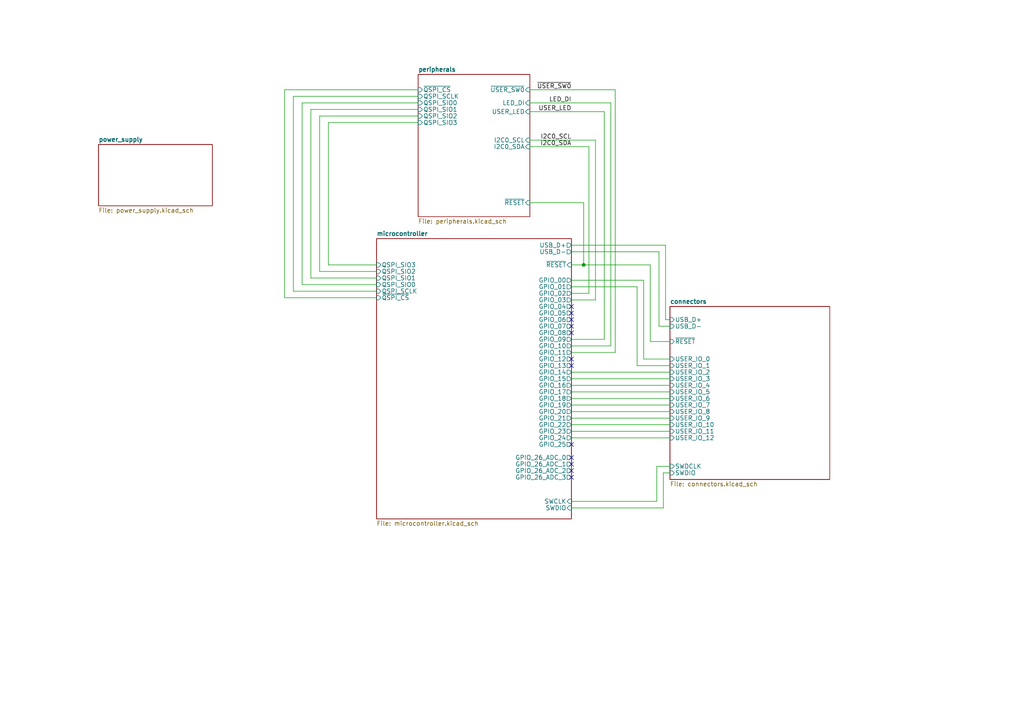
<source format=kicad_sch>
(kicad_sch (version 20211123) (generator eeschema)
  (paper "A4")
  (title_block (title "Pico Card") (date "2022-05-28") (rev "v1.0") (company "DIVA ENG"))
  (lib_symbols)
  (junction (at 169.291 76.835))
  (no_connect (at 165.735 104.14))
  (no_connect (at 165.735 106.045))
  (no_connect (at 165.735 138.43))
  (no_connect (at 165.735 136.525))
  (no_connect (at 165.735 92.71))
  (no_connect (at 165.735 94.615))
  (no_connect (at 165.735 96.52))
  (no_connect (at 165.735 88.9))
  (no_connect (at 165.735 90.805))
  (no_connect (at 165.735 128.905))
  (no_connect (at 165.735 132.715))
  (no_connect (at 165.735 134.62))
  (wire (pts (xy 192.405 147.32) (xy 192.405 137.16)))
  (wire (pts (xy 190.5 145.415) (xy 190.5 135.255)))
  (wire (pts (xy 165.735 121.285) (xy 194.31 121.285)))
  (wire (pts (xy 175.26 98.425) (xy 175.26 32.385)))
  (wire (pts (xy 172.72 86.995) (xy 165.735 86.995)))
  (wire (pts (xy 178.435 102.235) (xy 165.735 102.235)))
  (wire (pts (xy 169.291 58.801) (xy 169.291 76.835)))
  (wire (pts (xy 165.735 145.415) (xy 190.5 145.415)))
  (wire (pts (xy 95.25 35.56) (xy 95.25 76.835)))
  (wire (pts (xy 90.17 31.75) (xy 90.17 80.645)))
  (wire (pts (xy 121.285 35.56) (xy 95.25 35.56)))
  (wire (pts (xy 121.285 29.845) (xy 87.63 29.845)))
  (wire (pts (xy 165.735 115.57) (xy 194.31 115.57)))
  (wire (pts (xy 191.135 73.025) (xy 191.135 94.615)))
  (wire (pts (xy 178.435 26.035) (xy 178.435 102.235)))
  (wire (pts (xy 184.785 83.185) (xy 184.785 106.045)))
  (wire (pts (xy 92.71 33.655) (xy 121.285 33.655)))
  (wire (pts (xy 165.735 71.12) (xy 193.04 71.12)))
  (wire (pts (xy 184.785 106.045) (xy 194.31 106.045)))
  (wire (pts (xy 165.735 83.185) (xy 184.785 83.185)))
  (wire (pts (xy 95.25 76.835) (xy 109.22 76.835)))
  (wire (pts (xy 186.69 104.14) (xy 194.31 104.14)))
  (wire (pts (xy 90.17 80.645) (xy 109.22 80.645)))
  (wire (pts (xy 87.63 29.845) (xy 87.63 82.55)))
  (wire (pts (xy 165.735 109.855) (xy 194.31 109.855)))
  (wire (pts (xy 170.815 85.09) (xy 165.735 85.09)))
  (wire (pts (xy 165.735 98.425) (xy 175.26 98.425)))
  (wire (pts (xy 165.735 117.475) (xy 194.31 117.475)))
  (wire (pts (xy 193.04 71.12) (xy 193.04 92.71)))
  (wire (pts (xy 165.735 125.095) (xy 194.31 125.095)))
  (wire (pts (xy 165.735 123.19) (xy 194.31 123.19)))
  (wire (pts (xy 85.09 27.94) (xy 121.285 27.94)))
  (wire (pts (xy 153.67 26.035) (xy 178.435 26.035)))
  (wire (pts (xy 165.735 81.28) (xy 186.69 81.28)))
  (wire (pts (xy 165.735 111.76) (xy 194.31 111.76)))
  (wire (pts (xy 165.735 147.32) (xy 192.405 147.32)))
  (wire (pts (xy 193.04 92.71) (xy 194.31 92.71)))
  (wire (pts (xy 85.09 84.455) (xy 85.09 27.94)))
  (wire (pts (xy 82.55 26.035) (xy 82.55 86.36)))
  (wire (pts (xy 92.71 78.74) (xy 92.71 33.655)))
  (wire (pts (xy 192.405 137.16) (xy 194.31 137.16)))
  (wire (pts (xy 82.55 86.36) (xy 109.22 86.36)))
  (wire (pts (xy 153.67 58.801) (xy 169.291 58.801)))
  (wire (pts (xy 188.595 99.06) (xy 194.31 99.06)))
  (wire (pts (xy 153.67 42.545) (xy 170.815 42.545)))
  (wire (pts (xy 153.67 40.64) (xy 172.72 40.64)))
  (wire (pts (xy 121.285 26.035) (xy 82.55 26.035)))
  (wire (pts (xy 153.67 32.385) (xy 175.26 32.385)))
  (wire (pts (xy 153.67 29.845) (xy 177.165 29.845)))
  (wire (pts (xy 165.735 119.38) (xy 194.31 119.38)))
  (wire (pts (xy 165.735 76.835) (xy 169.291 76.835)))
  (wire (pts (xy 87.63 82.55) (xy 109.22 82.55)))
  (wire (pts (xy 165.735 107.95) (xy 194.31 107.95)))
  (wire (pts (xy 191.135 94.615) (xy 194.31 94.615)))
  (wire (pts (xy 165.735 113.665) (xy 194.31 113.665)))
  (wire (pts (xy 177.165 100.33) (xy 165.735 100.33)))
  (wire (pts (xy 177.165 29.845) (xy 177.165 100.33)))
  (wire (pts (xy 121.285 31.75) (xy 90.17 31.75)))
  (wire (pts (xy 190.5 135.255) (xy 194.31 135.255)))
  (wire (pts (xy 188.595 76.835) (xy 188.595 99.06)))
  (wire (pts (xy 109.22 84.455) (xy 85.09 84.455)))
  (wire (pts (xy 169.291 76.835) (xy 188.595 76.835)))
  (wire (pts (xy 165.735 127) (xy 194.31 127)))
  (wire (pts (xy 186.69 81.28) (xy 186.69 104.14)))
  (wire (pts (xy 172.72 40.64) (xy 172.72 86.995)))
  (wire (pts (xy 170.815 42.545) (xy 170.815 85.09)))
  (wire (pts (xy 109.22 78.74) (xy 92.71 78.74)))
  (wire (pts (xy 165.735 73.025) (xy 191.135 73.025)))
  (label "~{USER_SW0}" (at 165.735 26.035 180))
  (label "I2C0_SDA" (at 165.735 42.545 180))
  (label "I2C0_SCL" (at 165.735 40.64 180))
  (label "LED_DI" (at 165.735 29.845 180))
  (label "USER_LED" (at 165.735 32.385 180))
  (sheet (at 28.575 41.91) (size 33.02 17.78) (stroke (width 0.1524))
    (property "Sheet name" "power_supply" (at 28.575 41.1984 0) (effects (font bold) (justify left bottom)))
    (property "Sheet file" "power_supply.kicad_sch" (at 28.575 60.2746 0) (effects (justify left top)))
  )
  (sheet (at 194.31 88.9) (size 46.355 50.165) (stroke (width 0.1524))
    (property "Sheet name" "connectors" (at 194.31 88.1884 0) (effects (font bold) (justify left bottom)))
    (property "Sheet file" "connectors.kicad_sch" (at 194.31 139.6496 0) (effects (justify left top)))
    (pin "USER_IO_7" input (at 194.31 117.475 180))
    (pin "USER_IO_4" input (at 194.31 111.76 180))
    (pin "USER_IO_2" input (at 194.31 107.95 180))
    (pin "USER_IO_0" input (at 194.31 104.14 180))
    (pin "USER_IO_5" input (at 194.31 113.665 180))
    (pin "USER_IO_1" input (at 194.31 106.045 180))
    (pin "USER_IO_6" input (at 194.31 115.57 180))
    (pin "USER_IO_3" input (at 194.31 109.855 180))
    (pin "SWDCLK" input (at 194.31 135.255 180))
    (pin "USB_D+" input (at 194.31 92.71 180))
    (pin "~{RESET}" input (at 194.31 99.06 180))
    (pin "SWDIO" input (at 194.31 137.16 180))
    (pin "USB_D-" input (at 194.31 94.615 180))
    (pin "USER_IO_11" input (at 194.31 125.095 180))
    (pin "USER_IO_9" input (at 194.31 121.285 180))
    (pin "USER_IO_10" input (at 194.31 123.19 180))
    (pin "USER_IO_12" input (at 194.31 127 180))
    (pin "USER_IO_8" input (at 194.31 119.38 180))
  )
  (sheet (at 121.285 21.59) (size 32.385 41.275) (stroke (width 0.1524))
    (property "Sheet name" "peripherals" (at 121.285 20.8784 0) (effects (font bold) (justify left bottom)))
    (property "Sheet file" "peripherals.kicad_sch" (at 121.285 63.4496 0) (effects (justify left top)))
    (pin "QSPI_SIO0" input (at 121.285 29.845 180))
    (pin "~{QSPI_CS}" input (at 121.285 26.035 180))
    (pin "QSPI_SCLK" input (at 121.285 27.94 180))
    (pin "USER_LED" input (at 153.67 32.385 0))
    (pin "I2C0_SCL" input (at 153.67 40.64 0))
    (pin "QSPI_SIO3" input (at 121.285 35.56 180))
    (pin "QSPI_SIO1" input (at 121.285 31.75 180))
    (pin "I2C0_SDA" input (at 153.67 42.545 0))
    (pin "QSPI_SIO2" input (at 121.285 33.655 180))
    (pin "LED_DI" input (at 153.67 29.845 0))
    (pin "~{USER_SW0}" input (at 153.67 26.035 0))
    (pin "~{RESET}" input (at 153.67 58.801 0))
  )
  (sheet (at 109.22 69.215) (size 56.515 81.28) (stroke (width 0.1524))
    (property "Sheet name" "microcontroller" (at 109.22 68.5034 0) (effects (font bold) (justify left bottom)))
    (property "Sheet file" "microcontroller.kicad_sch" (at 109.22 151.0796 0) (effects (justify left top)))
    (pin "QSPI_SIO0" input (at 109.22 82.55 180))
    (pin "QSPI_SIO2" input (at 109.22 78.74 180))
    (pin "~{RESET}" input (at 165.735 76.835 0))
    (pin "QSPI_SIO1" input (at 109.22 80.645 180))
    (pin "QSPI_SIO3" input (at 109.22 76.835 180))
    (pin "SWCLK" input (at 165.735 145.415 0))
    (pin "QSPI_SCLK" input (at 109.22 84.455 180))
    (pin "~{QSPI_CS}" input (at 109.22 86.36 180))
    (pin "SWDIO" input (at 165.735 147.32 0))
    (pin "GPIO_04" output (at 165.735 88.9 0))
    (pin "GPIO_03" output (at 165.735 86.995 0))
    (pin "GPIO_06" output (at 165.735 92.71 0))
    (pin "GPIO_05" output (at 165.735 90.805 0))
    (pin "GPIO_07" output (at 165.735 94.615 0))
    (pin "GPIO_13" output (at 165.735 106.045 0))
    (pin "GPIO_12" output (at 165.735 104.14 0))
    (pin "GPIO_08" output (at 165.735 96.52 0))
    (pin "GPIO_09" output (at 165.735 98.425 0))
    (pin "GPIO_11" output (at 165.735 102.235 0))
    (pin "GPIO_10" output (at 165.735 100.33 0))
    (pin "GPIO_14" output (at 165.735 107.95 0))
    (pin "GPIO_15" output (at 165.735 109.855 0))
    (pin "GPIO_25" output (at 165.735 128.905 0))
    (pin "GPIO_24" output (at 165.735 127 0))
    (pin "GPIO_23" output (at 165.735 125.095 0))
    (pin "GPIO_17" output (at 165.735 113.665 0))
    (pin "GPIO_21" output (at 165.735 121.285 0))
    (pin "GPIO_20" output (at 165.735 119.38 0))
    (pin "GPIO_19" output (at 165.735 117.475 0))
    (pin "GPIO_18" output (at 165.735 115.57 0))
    (pin "GPIO_16" output (at 165.735 111.76 0))
    (pin "GPIO_22" output (at 165.735 123.19 0))
    (pin "GPIO_26_ADC_1" output (at 165.735 134.62 0))
    (pin "GPIO_26_ADC_0" output (at 165.735 132.715 0))
    (pin "GPIO_26_ADC_2" output (at 165.735 136.525 0))
    (pin "GPIO_26_ADC_3" output (at 165.735 138.43 0))
    (pin "GPIO_01" output (at 165.735 83.185 0))
    (pin "GPIO_02" output (at 165.735 85.09 0))
    (pin "USB_D+" output (at 165.735 71.12 0))
    (pin "GPIO_00" output (at 165.735 81.28 0))
    (pin "USB_D-" output (at 165.735 73.025 0))
  )
)
</source>
